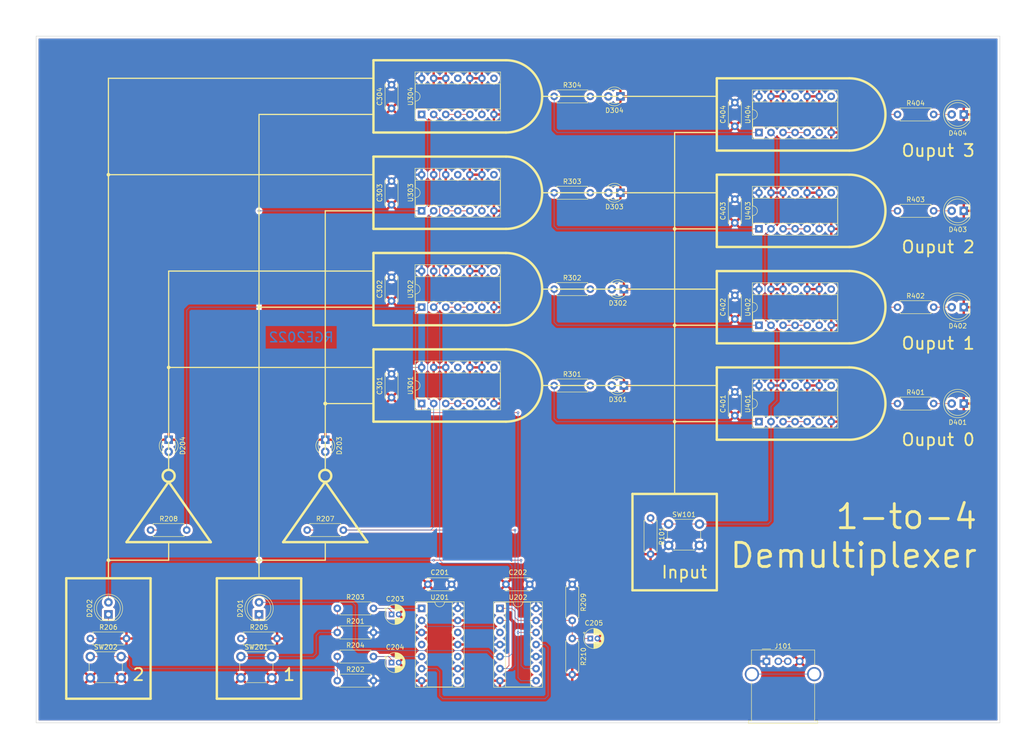
<source format=kicad_pcb>
(kicad_pcb (version 20211014) (generator pcbnew)
  (layers (0 "F.Cu" signal) (31 "B.Cu" signal) (34 "B.Paste" user) (35 "F.Paste" user) (36 "B.SilkS" user "B.Silkscreen") (37 "F.SilkS" user "F.Silkscreen") (38 "B.Mask" user) (39 "F.Mask" user) (44 "Edge.Cuts" user))
  (net 0 "")
  (net 1 "+5V")
  (net 2 "Net-(J101-Pad2)")
  (net 3 "GND")
  (net 4 "unconnected-(J101-Pad5)")
  (net 5 "Net-(D201-Pad1)")
  (net 6 "Net-(D202-Pad1)")
  (net 7 "/Input Selectors/~{RESET}")
  (net 8 "Net-(C203-Pad1)")
  (net 10 "Net-(R201-Pad1)")
  (net 13 "Net-(C204-Pad1)")
  (net 14 "Net-(D203-Pad2)")
  (net 15 "Net-(D204-Pad2)")
  (net 16 "Net-(U201-Pad2)")
  (net 17 "Net-(D301-Pad2)")
  (net 18 "Net-(D302-Pad2)")
  (net 19 "Net-(D303-Pad2)")
  (net 20 "Net-(D304-Pad2)")
  (net 21 "Net-(U301-Pad3)")
  (net 24 "/Decoder/SELECT0")
  (net 25 "/Decoder/SELECT1")
  (net 26 "/Decoder/SELECT2")
  (net 27 "/Decoder/SELECT3")
  (net 28 "/Decoder/~{a_{1}}")
  (net 29 "/Decoder/~{a_{0}}")
  (net 30 "Net-(U302-Pad3)")
  (net 32 "/Decoder/a_{0}")
  (net 33 "/Decoder/a_{1}")
  (net 35 "Net-(U303-Pad3)")
  (net 38 "Net-(U304-Pad3)")
  (net 41 "/Output/INPUT")
  (net 42 "Net-(U401-Pad3)")
  (net 45 "Net-(D401-Pad2)")
  (net 46 "Net-(D402-Pad2)")
  (net 47 "Net-(U402-Pad3)")
  (net 50 "Net-(R401-Pad1)")
  (net 51 "Net-(R402-Pad1)")
  (net 52 "Net-(D403-Pad2)")
  (net 53 "Net-(R403-Pad1)")
  (net 54 "Net-(R202-Pad1)")
  (net 55 "Net-(U403-Pad3)")
  (net 58 "Net-(D404-Pad2)")
  (net 59 "Net-(R404-Pad1)")
  (net 60 "Net-(U201-Pad6)")
  (net 61 "Net-(U404-Pad3)")
  (footprint "Button_Switch_THT:SW_PUSH_6mm_H4.3mm" (layer "F.Cu") (at 62.23 138.43)
    (fp_text reference "SW202")
    (fp_text value "SW_Push_Dual")
  )
  (footprint "Resistor_THT:R_Axial_DIN0207_L6.3mm_D2.5mm_P7.62mm_Horizontal" (layer "F.Cu") (at 232.41 64.77)
    (fp_text reference "R402")
    (fp_text value "4k7")
  )
  (footprint "Resistor_THT:R_Axial_DIN0207_L6.3mm_D2.5mm_P7.62mm_Horizontal" (layer "F.Cu") (at 160.02 60.96)
    (fp_text reference "R302")
    (fp_text value "4k7")
  )
  (footprint "Resistor_THT:R_Axial_DIN0207_L6.3mm_D2.5mm_P7.62mm_Horizontal" (layer "F.Cu") (at 107.95 111.76)
    (fp_text reference "R207")
    (fp_text value "4k7")
  )
  (footprint "LED_THT:LED_D5.0mm" (layer "F.Cu") (at 246.38 44.45 180)
    (fp_text reference "D403")
    (fp_text value "LED")
  )
  (footprint "LED_THT:LED_D3.0mm" (layer "F.Cu") (at 173.99 40.64 180)
    (fp_text reference "D303")
    (fp_text value "LED")
  )
  (footprint "LED_THT:LED_D3.0mm" (layer "F.Cu") (at 111.76 92.71 -90)
    (fp_text reference "D203")
    (fp_text value "LED")
  )
  (footprint "Package_DIP:DIP-14_W7.62mm_Socket" (layer "F.Cu") (at 148.59 128.27)
    (fp_text reference "U202")
    (fp_text value "74HC74")
  )
  (footprint "Resistor_THT:R_Axial_DIN0207_L6.3mm_D2.5mm_P7.62mm_Horizontal" (layer "F.Cu") (at 232.41 44.45)
    (fp_text reference "R403")
    (fp_text value "4k7")
  )
  (footprint "Resistor_THT:R_Axial_DIN0207_L6.3mm_D2.5mm_P7.62mm_Horizontal" (layer "F.Cu") (at 180.34 109.22 -90)
    (fp_text reference "R101")
    (fp_text value "100k")
  )
  (footprint "LED_THT:LED_D3.0mm" (layer "F.Cu") (at 78.74 92.71 -90)
    (fp_text reference "D204")
    (fp_text value "LED")
  )
  (footprint "Resistor_THT:R_Axial_DIN0207_L6.3mm_D2.5mm_P7.62mm_Horizontal" (layer "F.Cu") (at 232.41 85.09)
    (fp_text reference "R401")
    (fp_text value "4k7")
  )
  (footprint "Capacitor_THT:CP_Radial_D4.0mm_P1.50mm" (layer "F.Cu") (at 125.73 139.7)
    (fp_text reference "C204")
    (fp_text value "10u")
  )
  (footprint "Package_DIP:DIP-14_W7.62mm_Socket" (layer "F.Cu") (at 203.2 68.58 90)
    (fp_text reference "U402")
    (fp_text value "74HC00")
  )
  (footprint "Button_Switch_THT:SW_PUSH_6mm_H4.3mm" (layer "F.Cu") (at 93.98 138.43)
    (fp_text reference "SW201")
    (fp_text value "SW_Push_Dual")
  )
  (footprint "Resistor_THT:R_Axial_DIN0207_L6.3mm_D2.5mm_P7.62mm_Horizontal" (layer "F.Cu") (at 93.98 134.62)
    (fp_text reference "R205")
    (fp_text value "4k7")
  )
  (footprint "Package_DIP:DIP-14_W7.62mm_Socket" (layer "F.Cu") (at 132.08 128.27)
    (fp_text reference "U201")
    (fp_text value "74HC14")
  )
  (footprint "Button_Switch_THT:SW_PUSH_6mm_H4.3mm" (layer "F.Cu") (at 184.15 110.49)
    (fp_text reference "SW101")
    (fp_text value "SW_Push_Dual")
  )
  (footprint "Package_DIP:DIP-14_W7.62mm_Socket" (layer "F.Cu") (at 132.08 64.77 90)
    (fp_text reference "U302")
    (fp_text value "74HC00")
  )
  (footprint "LED_THT:LED_D5.0mm" (layer "F.Cu") (at 246.38 64.77 180)
    (fp_text reference "D402")
    (fp_text value "LED")
  )
  (footprint "Capacitor_THT:C_Disc_D5.0mm_W2.5mm_P5.00mm" (layer "F.Cu") (at 125.73 63.46 90)
    (fp_text reference "C302")
    (fp_text value "100nF")
  )
  (footprint "Package_DIP:DIP-14_W7.62mm_Socket" (layer "F.Cu") (at 132.08 44.45 90)
    (fp_text reference "U303")
    (fp_text value "74HC00")
  )
  (footprint "Resistor_THT:R_Axial_DIN0207_L6.3mm_D2.5mm_P7.62mm_Horizontal" (layer "F.Cu") (at 232.41 24.13)
    (fp_text reference "R404")
    (fp_text value "4k7")
  )
  (footprint "LED_THT:LED_D3.0mm" (layer "F.Cu") (at 174.72 60.96 180)
    (fp_text reference "D302")
    (fp_text value "LED")
  )
  (footprint "Resistor_THT:R_Axial_DIN0207_L6.3mm_D2.5mm_P7.62mm_Horizontal" (layer "F.Cu") (at 163.83 134.62 -90)
    (fp_text reference "R210")
    (fp_text value "100k")
  )
  (footprint "Resistor_THT:R_Axial_DIN0207_L6.3mm_D2.5mm_P7.62mm_Horizontal" (layer "F.Cu") (at 163.83 123.19 -90)
    (fp_text reference "R209")
    (fp_text value "1k")
  )
  (footprint "Resistor_THT:R_Axial_DIN0207_L6.3mm_D2.5mm_P7.62mm_Horizontal" (layer "F.Cu") (at 114.3 138.43)
    (fp_text reference "R204")
    (fp_text value "22k")
  )
  (footprint "Package_DIP:DIP-14_W7.62mm_Socket" (layer "F.Cu") (at 203.2 48.25 90)
    (fp_text reference "U403")
    (fp_text value "74HC00")
  )
  (footprint "Capacitor_THT:C_Disc_D5.0mm_W2.5mm_P5.00mm" (layer "F.Cu") (at 125.73 43.18 90)
    (fp_text reference "C303")
    (fp_text value "100nF")
  )
  (footprint "Resistor_THT:R_Axial_DIN0207_L6.3mm_D2.5mm_P7.62mm_Horizontal" (layer "F.Cu") (at 114.3 128.27)
    (fp_text reference "R203")
    (fp_text value "22k")
  )
  (footprint "Capacitor_THT:CP_Radial_D4.0mm_P1.50mm" (layer "F.Cu") (at 167.64 134.62)
    (fp_text reference "C205")
    (fp_text value "10u")
  )
  (footprint "Connector_USB:USB_A_Molex_67643_Horizontal" (layer "F.Cu") (at 204.78 139.42)
    (fp_text reference "J101")
    (fp_text value "USB_A")
  )
  (footprint "Resistor_THT:R_Axial_DIN0207_L6.3mm_D2.5mm_P7.62mm_Horizontal" (layer "F.Cu") (at 62.23 134.62)
    (fp_text reference "R206")
    (fp_text value "4k7")
  )
  (footprint "Capacitor_THT:C_Disc_D5.0mm_W2.5mm_P5.00mm" (layer "F.Cu") (at 198.12 87.63 90)
    (fp_text reference "C401")
    (fp_text value "100nF")
  )
  (footprint "LED_THT:LED_D5.0mm" (layer "F.Cu") (at 246.38 85.09 180)
    (fp_text reference "D401")
    (fp_text value "LED")
  )
  (footprint "Package_DIP:DIP-14_W7.62mm_Socket" (layer "F.Cu") (at 132.08 24.13 90)
    (fp_text reference "U304")
    (fp_text value "74HC00")
  )
  (footprint "LED_THT:LED_D3.0mm" (layer "F.Cu") (at 174.72 81.28 180)
    (fp_text reference "D301")
    (fp_text value "LED")
  )
  (footprint "Resistor_THT:R_Axial_DIN0207_L6.3mm_D2.5mm_P7.62mm_Horizontal" (layer "F.Cu") (at 114.3 143.51)
    (fp_text reference "R202")
    (fp_text value "22k")
  )
  (footprint "Resistor_THT:R_Axial_DIN0207_L6.3mm_D2.5mm_P7.62mm_Horizontal" (layer "F.Cu") (at 160.02 20.32)
    (fp_text reference "R304")
    (fp_text value "4k7")
  )
  (footprint "Capacitor_THT:C_Disc_D5.0mm_W2.5mm_P5.00mm" (layer "F.Cu") (at 125.73 22.86 90)
    (fp_text reference "C304")
    (fp_text value "100nF")
  )
  (footprint "LED_THT:LED_D5.0mm" (layer "F.Cu") (at 246.38 24.13 180)
    (fp_text reference "D404")
    (fp_text value "LED")
  )
  (footprint "Package_DIP:DIP-14_W7.62mm_Socket" (layer "F.Cu") (at 203.2 27.94 90)
    (fp_text reference "U404")
    (fp_text value "74HC00")
  )
  (footprint "Package_DIP:DIP-14_W7.62mm_Socket" (layer "F.Cu") (at 203.2 88.9 90)
    (fp_text reference "U401")
    (fp_text value "74HC00")
  )
  (footprint "Capacitor_THT:CP_Radial_D4.0mm_P1.50mm" (layer "F.Cu") (at 125.73 129.54)
    (fp_text reference "C203")
    (fp_text value "10u")
  )
  (footprint "Resistor_THT:R_Axial_DIN0207_L6.3mm_D2.5mm_P7.62mm_Horizontal" (layer "F.Cu") (at 160.02 40.64)
    (fp_text reference "R303")
    (fp_text value "4k7")
  )
  (footprint "Capacitor_THT:C_Disc_D5.0mm_W2.5mm_P5.00mm" (layer "F.Cu") (at 198.12 46.99 90)
    (fp_text reference "C403")
    (fp_text value "100nF")
  )
  (footprint "Capacitor_THT:C_Disc_D5.0mm_W2.5mm_P5.00mm" (layer "F.Cu") (at 149.86 123.19)
    (fp_text reference "C202")
    (fp_text value "100nF")
  )
  (footprint "LED_THT:LED_D5.0mm" (layer "F.Cu") (at 97.79 129.54 90)
    (fp_text reference "D201")
    (fp_text value "LED")
  )
  (footprint "LED_THT:LED_D5.0mm" (layer "F.Cu") (at 66.04 129.54 90)
    (fp_text reference "D202")
    (fp_text value "LED")
  )
  (footprint "Resistor_THT:R_Axial_DIN0207_L6.3mm_D2.5mm_P7.62mm_Horizontal" (layer "F.Cu") (at 114.3 133.35)
    (fp_text reference "R201")
    (fp_text value "22k")
  )
  (footprint "LED_THT:LED_D3.0mm" (layer "F.Cu") (at 173.99 20.32 180)
    (fp_text reference "D304")
    (fp_text value "LED")
  )
  (footprint "Capacitor_THT:C_Disc_D5.0mm_W2.5mm_P5.00mm" (layer "F.Cu") (at 198.12 26.63 90)
    (fp_text reference "C404")
    (fp_text value "100nF")
  )
  (footprint "Resistor_THT:R_Axial_DIN0207_L6.3mm_D2.5mm_P7.62mm_Horizontal" (layer "F.Cu") (at 74.93 111.76)
    (fp_text reference "R208")
    (fp_text value "4k7")
  )
  (footprint "Capacitor_THT:C_Disc_D5.0mm_W2.5mm_P5.00mm" (layer "F.Cu") (at 133.39 123.19)
    (fp_text reference "C201")
    (fp_text value "100nF")
  )
  (footprint "Capacitor_THT:C_Disc_D5.0mm_W2.5mm_P5.00mm" (layer "F.Cu") (at 125.73 83.82 90)
    (fp_text reference "C301")
    (fp_text value "100nF")
  )
  (footprint "Resistor_THT:R_Axial_DIN0207_L6.3mm_D2.5mm_P7.62mm_Horizontal" (layer "F.Cu") (at 160.02 81.28)
    (fp_text reference "R301")
    (fp_text value "4k7")
  )
  (footprint "Package_DIP:DIP-14_W7.62mm_Socket" (layer "F.Cu") (at 132.08 85.08 90)
    (fp_text reference "U301")
    (fp_text value "74HC00")
  )
  (footprint "Capacitor_THT:C_Disc_D5.0mm_W2.5mm_P5.00mm" (layer "F.Cu") (at 198.12 67.27 90)
    (fp_text reference "C402")
    (fp_text value "100nF")
  )
  (gr_circle (center 185.42 48.26) (end 185.674 48.26) (layer "F.SilkS") (width 0.254) (fill solid))
  (gr_line (start 194.31 68.58) (end 185.42 68.58) (layer "F.SilkS") (width 0.254))
  (gr_line (start 121.92 44.45) (end 111.76 44.45) (layer "F.SilkS") (width 0.254))
  (gr_line (start 194.31 124.46) (end 176.53 124.46) (layer "F.SilkS") (width 0.508))
  (gr_arc (start 149.86 73.66) (mid 157.48 81.28) (end 149.86 88.9) (layer "F.SilkS") (width 0.508))
  (gr_line (start 97.79 24.13) (end 121.92 24.13) (layer "F.SilkS") (width 0.254))
  (gr_circle (center 97.79 64.77) (end 98.044 64.77) (layer "F.SilkS") (width 0.254) (fill solid))
  (gr_circle (center 78.74 77.47) (end 78.994 77.47) (layer "F.SilkS") (width 0.254) (fill solid))
  (gr_arc (start 149.86 53.34) (mid 157.48 60.96) (end 149.86 68.58) (layer "F.SilkS") (width 0.508))
  (gr_line (start 121.92 27.94) (end 121.92 12.7) (layer "F.SilkS") (width 0.508))
  (gr_line (start 106.68 121.92) (end 88.9 121.92) (layer "F.SilkS") (width 0.508))
  (gr_arc (start 149.86 33.02) (mid 157.48 40.64) (end 149.86 48.26) (layer "F.SilkS") (width 0.508))
  (gr_line (start 66.04 118.11) (end 78.74 118.11) (layer "F.SilkS") (width 0.254))
  (gr_arc (start 149.86 12.7) (mid 157.48 20.32) (end 149.86 27.94) (layer "F.SilkS") (width 0.508))
  (gr_line (start 69.85 114.3) (end 78.74 101.6) (layer "F.SilkS") (width 0.508))
  (gr_circle (center 66.04 36.83) (end 66.294 36.83) (layer "F.SilkS") (width 0.254) (fill solid))
  (gr_line (start 120.65 114.3) (end 102.87 114.3) (layer "F.SilkS") (width 0.508))
  (gr_line (start 66.04 121.92) (end 66.04 16.51) (layer "F.SilkS") (width 0.254))
  (gr_arc (start 222.25 77.47) (mid 229.87 85.09) (end 222.25 92.71) (layer "F.SilkS") (width 0.508))
  (gr_line (start 102.87 114.3) (end 111.76 101.6) (layer "F.SilkS") (width 0.508))
  (gr_line (start 78.74 101.6) (end 87.63 114.3) (layer "F.SilkS") (width 0.508))
  (gr_line (start 121.92 85.09) (end 111.76 85.09) (layer "F.SilkS") (width 0.254))
  (gr_line (start 157.48 60.96) (end 194.31 60.96) (layer "F.SilkS") (width 0.254))
  (gr_line (start 121.92 68.58) (end 121.92 53.34) (layer "F.SilkS") (width 0.508))
  (gr_line (start 194.31 52.07) (end 194.31 36.83) (layer "F.SilkS") (width 0.508))
  (gr_line (start 111.76 44.45) (end 111.76 85.09) (layer "F.SilkS") (width 0.254))
  (gr_line (start 74.93 121.92) (end 57.15 121.92) (layer "F.SilkS") (width 0.508))
  (gr_line (start 78.74 77.47) (end 78.74 99.06) (layer "F.SilkS") (width 0.254))
  (gr_circle (center 78.74 100.33) (end 80.01 100.33) (layer "F.SilkS") (width 0.508) (fill none))
  (gr_line (start 111.76 118.11) (end 111.76 114.3) (layer "F.SilkS") (width 0.254))
  (gr_line (start 87.63 114.3) (end 69.85 114.3) (layer "F.SilkS") (width 0.508))
  (gr_circle (center 111.76 85.09) (end 112.043981 85.09) (layer "F.SilkS") (width 0.254) (fill solid))
  (gr_line (start 157.48 81.28) (end 194.31 81.28) (layer "F.SilkS") (width 0.254))
  (gr_line (start 121.92 48.26) (end 121.92 33.02) (layer "F.SilkS") (width 0.508))
  (gr_circle (center 185.42 68.58) (end 185.674 68.58) (layer "F.SilkS") (width 0.254) (fill solid))
  (gr_line (start 176.53 124.46) (end 176.53 104.14) (layer "F.SilkS") (width 0.508))
  (gr_line (start 194.31 88.9) (end 185.42 88.9) (layer "F.SilkS") (width 0.254))
  (gr_line (start 106.68 147.32) (end 106.68 121.92) (layer "F.SilkS") (width 0.508))
  (gr_line (start 194.31 77.47) (end 222.25 77.47) (layer "F.SilkS") (width 0.508))
  (gr_line (start 185.42 27.94) (end 194.31 27.94) (layer "F.SilkS") (width 0.254))
  (gr_line (start 88.9 147.32) (end 106.68 147.32) (layer "F.SilkS") (width 0.508))
  (gr_line (start 157.48 20.32) (end 194.31 20.32) (layer "F.SilkS") (width 0.254))
  (gr_line (start 121.92 88.9) (end 121.92 73.66) (layer "F.SilkS") (width 0.508))
  (gr_line (start 97.79 118.11) (end 111.76 118.11) (layer "F.SilkS") (width 0.254))
  (gr_line (start 194.31 16.51) (end 222.25 16.51) (layer "F.SilkS") (width 0.508))
  (gr_line (start 194.31 104.14) (end 194.31 124.46) (layer "F.SilkS") (width 0.508))
  (gr_line (start 78.74 57.15) (end 78.74 77.216) (layer "F.SilkS") (width 0.254))
  (gr_line (start 222.25 72.39) (end 194.31 72.39) (layer "F.SilkS") (width 0.508))
  (gr_line (start 194.31 92.71) (end 194.31 77.47) (layer "F.SilkS") (width 0.508))
  (gr_line (start 194.31 36.83) (end 222.25 36.83) (layer "F.SilkS") (width 0.508))
  (gr_line (start 78.74 118.11) (end 78.74 114.3) (layer "F.SilkS") (width 0.254))
  (gr_line (start 88.9 121.92) (end 88.9 147.32) (layer "F.SilkS") (width 0.508))
  (gr_line (start 222.25 92.71) (end 194.31 92.71) (layer "F.SilkS") (width 0.508))
  (gr_line (start 149.86 48.26) (end 121.92 48.26) (layer "F.SilkS") (width 0.508))
  (gr_circle (center 66.04 118.11) (end 66.294 118.11) (layer "F.SilkS") (width 0.254) (fill solid))
  (gr_line (start 121.92 16.51) (end 66.04 16.51) (layer "F.SilkS") (width 0.254))
  (gr_line (start 121.92 57.15) (end 78.74 57.15) (layer "F.SilkS") (width 0.254))
  (gr_line (start 222.25 31.75) (end 194.31 31.75) (layer "F.SilkS") (width 0.508))
  (gr_arc (start 222.25 16.51) (mid 229.87 24.13) (end 222.25 31.75) (layer "F.SilkS") (width 0.508))
  (gr_arc (start 222.25 57.15) (mid 229.87 64.77) (end 222.25 72.39) (layer "F.SilkS") (width 0.508))
  (gr_line (start 194.31 57.15) (end 222.25 57.15) (layer "F.SilkS") (width 0.508))
  (gr_circle (center 185.42 88.9) (end 185.674 88.9) (layer "F.SilkS") (width 0.254) (fill solid))
  (gr_line (start 57.15 147.32) (end 74.93 147.32) (layer "F.SilkS") (width 0.508))
  (gr_line (start 157.48 40.64) (end 194.31 40.64) (layer "F.SilkS") (width 0.254))
  (gr_line (start 121.92 12.7) (end 149.86 12.7) (layer "F.SilkS") (width 0.508))
  (gr_line (start 149.86 88.9) (end 121.92 88.9) (layer "F.SilkS") (width 0.508))
  (gr_line (start 97.79 121.92) (end 97.79 24.13) (layer "F.SilkS") (width 0.254))
  (gr_circle (center 111.76 100.33) (end 113.03 100.33) (layer "F.SilkS") (width 0.508) (fill none))
  (gr_line (start 222.25 52.07) (end 194.31 52.07) (layer "F.SilkS") (width 0.508))
  (gr_line (start 149.86 27.94) (end 121.92 27.94) (layer "F.SilkS") (width 0.508))
  (gr_line (start 97.79 64.77) (end 121.92 64.77) (layer "F.SilkS") (width 0.254))
  (gr_line (start 57.15 121.92) (end 57.15 147.32) (layer "F.SilkS") (width 0.508))
  (gr_line (start 111.76 101.6) (end 120.65 114.3) (layer "F.SilkS") (width 0.508))
  (gr_line (start 121.92 53.34) (end 149.86 53.34) (layer "F.SilkS") (width 0.508))
  (gr_line (start 185.42 104.14) (end 185.42 27.94) (layer "F.SilkS") (width 0.254))
  (gr_line (start 121.92 73.66) (end 149.86 73.66) (layer "F.SilkS") (width 0.508))
  (gr_line (start 149.86 68.58) (end 121.92 68.58) (layer "F.SilkS") (width 0.508))
  (gr_line (start 74.93 147.32) (end 74.93 121.92) (layer "F.SilkS") (width 0.508))
  (gr_circle (center 97.79 118.11) (end 98.044 118.11) (layer "F.SilkS") (width 0.254) (fill solid))
  (gr_line (start 194.31 31.75) (end 194.31 16.51) (layer "F.SilkS") (width 0.508))
  (gr_line (start 121.92 36.83) (end 66.04 36.83) (layer "F.SilkS") (width 0.254))
  (gr_arc (start 222.25 36.83) (mid 229.87 44.45) (end 222.25 52.07) (layer "F.SilkS") (width 0.508))
  (gr_line (start 194.31 72.39) (end 194.31 57.15) (layer "F.SilkS") (width 0.508))
  (gr_line (start 111.76 85.09) (end 111.76 99.06) (layer "F.SilkS") (width 0.254))
  (gr_line (start 194.31 48.26) (end 185.42 48.26) (layer "F.SilkS") (width 0.254))
  (gr_line (start 121.92 77.47) (end 78.74 77.47) (layer "F.SilkS") (width 0.254))
  (gr_line (start 176.53 104.14) (end 194.31 104.14) (layer "F.SilkS") (width 0.508))
  (gr_line (start 121.92 33.02) (end 149.86 33.02) (layer "F.SilkS") (width 0.508))
  (gr_line (start 50.8 152.4) (end 50.8 7.62) (layer "Edge.Cuts") (width 0.1))
  (gr_line (start 254 7.62) (end 254 152.4) (layer "Edge.Cuts") (width 0.1))
  (gr_line (start 254 152.4) (end 50.8 152.4) (layer "Edge.Cuts") (width 0.1))
  (gr_line (start 50.8 7.62) (end 254 7.62) (layer "Edge.Cuts") (width 0.1))
  (gr_text "RGE2022" (at 106.68 71.12) (layer "B.Cu") (effects (font (size 2.032 2.032) (thickness 0.3048)) (justify mirror)))
  (gr_text "Ouput 2" (at 248.92 52.07) (layer "F.SilkS") (effects (font (size 2.54 2.54) (thickness 0.381)) (justify right)))
  (gr_text "Input" (at 192.5 120.65) (layer "F.SilkS") (effects (font (size 2.54 2.54) (thickness 0.381)) (justify right)))
  (gr_text "2" (at 72.39 142.24) (layer "F.SilkS") (effects (font (size 2.54 2.54) (thickness 0.381))))
  (gr_text "1-to-4\nDemultiplexer" (at 249.555 113.03) (layer "F.SilkS") (effects (font (size 5.08 5.08) (thickness 0.6096)) (justify right)))
  (gr_text "Ouput 1" (at 248.92 72.39) (layer "F.SilkS") (effects (font (size 2.54 2.54) (thickness 0.381)) (justify right)))
  (gr_text "Ouput 3" (at 248.92 31.75) (layer "F.SilkS") (effects (font (size 2.54 2.54) (thickness 0.381)) (justify right)))
  (gr_text "1" (at 104.14 142.24) (layer "F.SilkS") (effects (font (size 2.54 2.54) (thickness 0.381))))
  (gr_text "Ouput 0" (at 248.92 92.71) (layer "F.SilkS") (effects (font (size 2.54 2.54) (thickness 0.381)) (justify right)))
  (segment (start 127.08 77.47) (end 127.635 77.47) (width 0.127) (layer "F.Cu") (net 1))
  (segment (start 127.635 77.47) (end 127.645 77.46) (width 0.127) (layer "F.Cu") (net 1))
  (segment (start 125.73 78.82) (end 127.08 77.47) (width 0.127) (layer "F.Cu") (net 1))
  (segment (start 127.645 77.46) (end 132.08 77.46) (width 0.127) (layer "F.Cu") (net 1))
  (segment (start 207.28 139.42) (end 209.28 139.42) (width 0.127) (layer "F.Cu") (net 2))
  (segment (start 201.71 142.13) (end 214.85 142.13) (width 0.127) (layer "B.Cu") (net 4))
  (segment (start 93.98 134.62) (end 97.155 134.62) (width 0.127) (layer "F.Cu") (net 5))
  (segment (start 97.155 134.62) (end 97.79 133.985) (width 0.127) (layer "F.Cu") (net 5))
  (segment (start 97.79 133.985) (end 97.79 129.54) (width 0.127) (layer "F.Cu") (net 5))
  (segment (start 65.405 134.62) (end 66.04 133.985) (width 0.127) (layer "F.Cu") (net 6))
  (segment (start 66.04 133.985) (end 66.04 129.54) (width 0.127) (layer "F.Cu") (net 6))
  (segment (start 62.23 134.62) (end 65.405 134.62) (width 0.127) (layer "F.Cu") (net 6))
  (segment (start 151.765 128.905) (end 151.765 130.175) (width 0.127) (layer "F.Cu") (net 7))
  (segment (start 148.59 128.27) (end 151.13 128.27) (width 0.127) (layer "F.Cu") (net 7))
  (segment (start 152.4 130.81) (end 156.21 130.81) (width 0.127) (layer "F.Cu") (net 7))
  (segment (start 163.83 130.81) (end 163.83 134.62) (width 0.127) (layer "F.Cu") (net 7))
  (segment (start 156.21 130.81) (end 163.83 130.81) (width 0.127) (layer "F.Cu") (net 7))
  (segment (start 151.13 128.27) (end 151.765 128.905) (width 0.127) (layer "F.Cu") (net 7))
  (segment (start 163.83 134.62) (end 167.64 134.62) (width 0.127) (layer "F.Cu") (net 7))
  (segment (start 151.765 130.175) (end 152.4 130.81) (width 0.127) (layer "F.Cu") (net 7))
  (segment (start 125.095 128.27) (end 125.73 128.905) (width 0.127) (layer "F.Cu") (net 8))
  (segment (start 125.73 128.905) (end 125.73 129.54) (width 0.127) (layer "F.Cu") (net 8))
  (segment (start 121.92 128.27) (end 125.095 128.27) (width 0.127) (layer "F.Cu") (net 8))
  (segment (start 121.92 128.27) (end 132.08 128.27) (width 0.127) (layer "B.Cu") (net 8))
  (segment (start 114.3 133.35) (end 114.3 128.27) (width 0.127) (layer "F.Cu") (net 10))
  (segment (start 100.48 138.43) (end 109.22 138.43) (width 0.127) (layer "B.Cu") (net 10))
  (segment (start 109.855 133.985) (end 110.49 133.35) (width 0.127) (layer "B.Cu") (net 10))
  (segment (start 93.98 138.43) (end 100.48 138.43) (width 0.127) (layer "B.Cu") (net 10))
  (segment (start 110.49 133.35) (end 114.3 133.35) (width 0.127) (layer "B.Cu") (net 10))
  (segment (start 109.855 137.795) (end 109.855 133.985) (width 0.127) (layer "B.Cu") (net 10))
  (segment (start 109.22 138.43) (end 109.855 137.795) (width 0.127) (layer "B.Cu") (net 10))
  (segment (start 125.095 138.43) (end 125.73 139.065) (width 0.127) (layer "F.Cu") (net 13))
  (segment (start 125.73 139.065) (end 125.73 139.7) (width 0.127) (layer "F.Cu") (net 13))
  (segment (start 121.92 138.43) (end 125.095 138.43) (width 0.127) (layer "F.Cu") (net 13))
  (segment (start 121.92 138.43) (end 132.08 138.43) (width 0.127) (layer "B.Cu") (net 13))
  (segment (start 111.76 111.125) (end 111.76 95.25) (width 0.127) (layer "F.Cu") (net 14))
  (segment (start 111.125 111.76) (end 111.76 111.125) (width 0.127) (layer "F.Cu") (net 14))
  (segment (start 107.95 111.76) (end 111.125 111.76) (width 0.127) (layer "F.Cu") (net 14))
  (segment (start 78.74 111.125) (end 78.74 95.25) (width 0.127) (layer "F.Cu") (net 15))
  (segment (start 78.105 111.76) (end 78.74 111.125) (width 0.127) (layer "F.Cu") (net 15))
  (segment (start 74.93 111.76) (end 78.105 111.76) (width 0.127) (layer "F.Cu") (net 15))
  (segment (start 147.32 132.08) (end 148.59 133.35) (width 0.127) (layer "B.Cu") (net 16))
  (segment (start 132.08 130.81) (end 133.35 132.08) (width 0.127) (layer "B.Cu") (net 16))
  (segment (start 133.35 132.08) (end 147.32 132.08) (width 0.127) (layer "B.Cu") (net 16))
  (segment (start 167.64 81.28) (end 172.18 81.28) (width 0.127) (layer "F.Cu") (net 17))
  (segment (start 167.64 60.96) (end 172.18 60.96) (width 0.127) (layer "F.Cu") (net 18))
  (segment (start 167.64 40.64) (end 171.45 40.64) (width 0.127) (layer "F.Cu") (net 19))
  (segment (start 167.64 20.32) (end 171.45 20.32) (width 0.127) (layer "F.Cu") (net 20))
  (segment (start 137.16 85.08) (end 142.24 85.08) (width 0.127) (layer "F.Cu") (net 21))
  (segment (start 144.78 85.08) (end 144.78 81.915) (width 0.127) (layer "F.Cu") (net 24))
  (segment (start 144.78 81.915) (end 145.415 81.28) (width 0.127) (layer "F.Cu") (net 24))
  (segment (start 145.415 81.28) (end 160.02 81.28) (width 0.127) (layer "F.Cu") (net 24))
  (segment (start 160.02 88.265) (end 160.02 81.28) (width 0.127) (layer "B.Cu") (net 24))
  (segment (start 203.2 88.9) (end 160.655 88.9) (width 0.127) (layer "B.Cu") (net 24))
  (segment (start 160.655 88.9) (end 160.02 88.265) (width 0.127) (layer "B.Cu") (net 24))
  (segment (start 144.78 61.595) (end 145.415 60.96) (width 0.127) (layer "F.Cu") (net 25))
  (segment (start 144.78 64.77) (end 144.78 61.595) (width 0.127) (layer "F.Cu") (net 25))
  (segment (start 145.415 60.96) (end 160.02 60.96) (width 0.127) (layer "F.Cu") (net 25))
  (segment (start 160.655 68.58) (end 160.02 67.945) (width 0.127) (layer "B.Cu") (net 25))
  (segment (start 160.02 67.945) (end 160.02 60.96) (width 0.127) (layer "B.Cu") (net 25))
  (segment (start 203.2 68.58) (end 160.655 68.58) (width 0.127) (layer "B.Cu") (net 25))
  (segment (start 144.78 41.275) (end 145.415 40.64) (width 0.127) (layer "F.Cu") (net 26))
  (segment (start 145.415 40.64) (end 160.02 40.64) (width 0.127) (layer "F.Cu") (net 26))
  (segment (start 144.78 44.45) (end 144.78 41.275) (width 0.127) (layer "F.Cu") (net 26))
  (segment (start 160.02 47.625) (end 160.02 40.64) (width 0.127) (layer "B.Cu") (net 26))
  (segment (start 203.2 48.25) (end 160.645 48.25) (width 0.127) (layer "B.Cu") (net 26))
  (segment (start 160.645 48.25) (end 160.02 47.625) (width 0.127) (layer "B.Cu") (net 26))
  (segment (start 144.78 20.955) (end 145.415 20.32) (width 0.127) (layer "F.Cu") (net 27))
  (segment (start 145.415 20.32) (end 160.02 20.32) (width 0.127) (layer "F.Cu") (net 27))
  (segment (start 144.78 24.13) (end 144.78 20.955) (width 0.127) (layer "F.Cu") (net 27))
  (segment (start 160.655 27.94) (end 160.02 27.305) (width 0.127) (layer "B.Cu") (net 27))
  (segment (start 160.02 27.305) (end 160.02 20.32) (width 0.127) (layer "B.Cu") (net 27))
  (segment (start 203.2 27.94) (end 160.655 27.94) (width 0.127) (layer "B.Cu") (net 27))
  (segment (start 156.21 133.35) (end 152.4 133.35) (width 0.127) (layer "F.Cu") (net 28))
  (segment (start 132.08 86.36) (end 132.715 86.995) (width 0.127) (layer "F.Cu") (net 28))
  (segment (start 132.715 86.995) (end 152.4 86.995) (width 0.127) (layer "F.Cu") (net 28))
  (segment (start 132.08 85.08) (end 132.08 86.36) (width 0.127) (layer "F.Cu") (net 28))
  (via (at 152.4 86.995) (size 0.499999) (drill 0.20066) (layers "F.Cu" "B.Cu") (net 28))
  (via (at 152.4 133.35) (size 0.499999) (drill 0.20066) (layers "F.Cu" "B.Cu") (net 28))
  (segment (start 83.185 64.77) (end 82.55 65.405) (width 0.127) (layer "B.Cu") (net 28))
  (segment (start 82.55 65.405) (end 82.55 111.76) (width 0.127) (layer "B.Cu") (net 28))
  (segment (start 152.4 142.875) (end 152.4 86.995) (width 0.127) (layer "B.Cu") (net 28))
  (segment (start 132.08 64.77) (end 130.81 66.04) (width 0.127) (layer "B.Cu") (net 28))
  (segment (start 130.81 66.04) (end 130.81 83.82) (width 0.127) (layer "B.Cu") (net 28))
  (segment (start 132.07 85.08) (end 132.08 85.08) (width 0.127) (layer "B.Cu") (net 28))
  (segment (start 156.21 143.51) (end 153.035 143.51) (width 0.127) (layer "B.Cu") (net 28))
  (segment (start 130.81 83.82) (end 132.07 85.08) (width 0.127) (layer "B.Cu") (net 28))
  (segment (start 132.08 64.77) (end 83.185 64.77) (width 0.127) (layer "B.Cu") (net 28))
  (segment (start 153.035 143.51) (end 152.4 142.875) (width 0.127) (layer "B.Cu") (net 28))
  (segment (start 149.86 140.97) (end 148.59 140.97) (width 0.127) (layer "F.Cu") (net 29))
  (segment (start 115.57 111.76) (end 151.765 111.76) (width 0.127) (layer "F.Cu") (net 29))
  (segment (start 150.495 131.445) (end 150.495 140.335) (width 0.127) (layer "F.Cu") (net 29))
  (segment (start 150.495 140.335) (end 149.86 140.97) (width 0.127) (layer "F.Cu") (net 29))
  (segment (start 149.86 130.81) (end 150.495 131.445) (width 0.127) (layer "F.Cu") (net 29))
  (segment (start 148.59 130.81) (end 149.86 130.81) (width 0.127) (layer "F.Cu") (net 29))
  (via (at 151.765 111.76) (size 0.499999) (drill 0.20066) (layers "F.Cu" "B.Cu") (net 29))
  (segment (start 133.985 111.76) (end 134.62 111.125) (width 0.127) (layer "B.Cu") (net 29))
  (segment (start 151.13 140.97) (end 148.59 140.97) (width 0.127) (layer "B.Cu") (net 29))
  (segment (start 133.36 83.82) (end 134.62 85.08) (width 0.127) (layer "B.Cu") (net 29))
  (segment (start 134.62 111.125) (end 134.62 85.08) (width 0.127) (layer "B.Cu") (net 29))
  (segment (start 134.62 44.45) (end 133.35 45.72) (width 0.127) (layer "B.Cu") (net 29))
  (segment (start 133.35 45.72) (end 133.35 83.82) (width 0.127) (layer "B.Cu") (net 29))
  (segment (start 115.57 111.76) (end 133.985 111.76) (width 0.127) (layer "B.Cu") (net 29))
  (segment (start 151.765 140.335) (end 151.13 140.97) (width 0.127) (layer "B.Cu") (net 29))
  (segment (start 151.765 111.76) (end 151.765 140.335) (width 0.127) (layer "B.Cu") (net 29))
  (segment (start 133.35 83.82) (end 133.36 83.82) (width 0.127) (layer "B.Cu") (net 29))
  (segment (start 137.16 64.77) (end 142.24 64.77) (width 0.127) (layer "F.Cu") (net 30))
  (segment (start 135.89 63.5) (end 134.62 64.77) (width 0.127) (layer "F.Cu") (net 32))
  (segment (start 135.89 25.4) (end 135.89 63.5) (width 0.127) (layer "F.Cu") (net 32))
  (segment (start 134.62 24.13) (end 135.89 25.4) (width 0.127) (layer "F.Cu") (net 32))
  (segment (start 135.89 66.04) (end 135.89 118.11) (width 0.127) (layer "B.Cu") (net 32))
  (segment (start 151.13 119.38) (end 150.495 118.745) (width 0.127) (layer "B.Cu") (net 32))
  (segment (start 148.59 138.43) (end 147.32 138.43) (width 0.127) (layer "B.Cu") (net 32))
  (segment (start 148.59 138.43) (end 150.495 138.43) (width 0.127) (layer "B.Cu") (net 32))
  (segment (start 147.32 138.43) (end 146.05 137.16) (width 0.127) (layer "B.Cu") (net 32))
  (segment (start 151.13 137.795) (end 151.13 119.38) (width 0.127) (layer "B.Cu") (net 32))
  (segment (start 134.62 64.77) (end 135.89 66.04) (width 0.127) (layer "B.Cu") (net 32))
  (segment (start 118.11 136.525) (end 118.745 137.16) (width 0.127) (layer "B.Cu") (net 32))
  (segment (start 150.495 138.43) (end 151.13 137.795) (width 0.127) (layer "B.Cu") (net 32))
  (segment (start 118.11 127.635) (end 118.11 136.525) (width 0.127) (layer "B.Cu") (net 32))
  (segment (start 135.89 118.11) (end 136.525 118.745) (width 0.127) (layer "B.Cu") (net 32))
  (segment (start 146.05 137.16) (end 118.745 137.16) (width 0.127) (layer "B.Cu") (net 32))
  (segment (start 150.495 118.745) (end 136.525 118.745) (width 0.127) (layer "B.Cu") (net 32))
  (segment (start 117.475 127) (end 118.11 127.635) (width 0.127) (layer "B.Cu") (net 32))
  (segment (start 97.79 127) (end 117.475 127) (width 0.127) (layer "B.Cu") (net 32))
  (segment (start 97.79 118.11) (end 97.79 44.45) (width 0.127) (layer "F.Cu") (net 33))
  (segment (start 134.62 118.11) (end 153.035 118.11) (width 0.127) (layer "F.Cu") (net 33))
  (via (at 153.035 118.11) (size 0.499999) (drill 0.20066) (layers "F.Cu" "B.Cu") (net 33))
  (via (at 134.62 118.11) (size 0.499999) (drill 0.20066) (layers "F.Cu" "B.Cu") (net 33))
  (via (at 97.79 118.11) (size 0.499999) (drill 0.20066) (layers "F.Cu" "B.Cu") (net 33))
  (via (at 97.79 44.45) (size 0.499999) (drill 0.20066) (layers "F.Cu" "B.Cu") (net 33))
  (segment (start 153.035 140.335) (end 153.035 119.38) (width 0.127) (layer "B.Cu") (net 33))
  (segment (start 97.79 118.11) (end 134.62 118.11) (width 0.127) (layer "B.Cu") (net 33))
  (segment (start 156.21 140.97) (end 153.67 140.97) (width 0.127) (layer "B.Cu") (net 33))
  (segment (start 133.35 43.18) (end 132.08 44.45) (width 0.127) (layer "B.Cu") (net 33))
  (segment (start 66.04 118.745) (end 66.675 118.11) (width 0.127) (layer "B.Cu") (net 33))
  (segment (start 132.08 44.45) (end 97.79 44.45) (width 0.127) (layer "B.Cu") (net 33))
  (segment (start 132.08 24.13) (end 133.35 25.4) (width 0.127) (layer "B.Cu") (net 33))
  (segment (start 66.04 127) (end 66.04 118.745) (width 0.127) (layer "B.Cu") (net 33))
  (segment (start 153.035 119.38) (end 153.035 118.11) (width 0.127) (layer "B.Cu") (net 33))
  (segment (start 153.67 140.97) (end 153.035 140.335) (width 0.127) (layer "B.Cu") (net 33))
  (segment (start 133.35 25.4) (end 133.35 43.18) (width 0.127) (layer "B.Cu") (net 33))
  (segment (start 66.675 118.11) (end 97.79 118.11) (width 0.127) (layer "B.Cu") (net 33))
  (segment (start 137.16 44.45) (end 142.24 44.45) (width 0.127) (layer "F.Cu") (net 35))
  (segment (start 137.16 24.13) (end 142.24 24.13) (width 0.127) (layer "F.Cu") (net 38))
  (segment (start 180.34 109.22) (end 180.34 109.855) (width 0.127) (layer "F.Cu") (net 41))
  (segment (start 184.15 110.49) (end 190.65 110.49) (width 0.127) (layer "F.Cu") (net 41))
  (segment (start 180.34 109.855) (end 180.975 110.49) (width 0.127) (layer "F.Cu") (net 41))
  (segment (start 180.975 110.49) (end 184.15 110.49) (width 0.127) (layer "F.Cu") (net 41))
  (segment (start 205.74 85.725) (end 207.01 84.455) (width 0.127) (layer "B.Cu") (net 41))
  (segment (start 204.47 67.31) (end 204.47 49.52) (width 0.127) (layer "B.Cu") (net 41))
  (segment (start 205.74 88.9) (end 205.74 85.725) (width 0.127) (layer "B.Cu") (net 41))
  (segment (start 205.74 48.25) (end 207 46.99) (width 0.127) (layer "B.Cu") (net 41))
  (segment (start 207.01 84.455) (end 207.01 69.85) (width 0.127) (layer "B.Cu") (net 41))
  (segment (start 207.01 69.85) (end 205.74 68.58) (width 0.127) (layer "B.Cu") (net 41))
  (segment (start 207.01 46.99) (end 207.01 29.21) (width 0.127) (layer "B.Cu") (net 41))
  (segment (start 207 46.99) (end 207.01 46.99) (width 0.127) (layer "B.Cu") (net 41))
  (segment (start 204.47 49.52) (end 205.74 48.25) (width 0.127) (layer "B.Cu") (net 41))
  (segment (start 205.74 68.58) (end 204.47 67.31) (width 0.127) (layer "B.Cu") (net 41))
  (segment (start 205.74 109.855) (end 205.74 88.9) (width 0.127) (layer "B.Cu") (net 41))
  (segment (start 205.105 110.49) (end 205.74 109.855) (width 0.127) (layer "B.Cu") (net 41))
  (segment (start 207.01 29.21) (end 205.74 27.94) (width 0.127) (layer "B.Cu") (net 41))
  (segment (start 190.65 110.49) (end 205.105 110.49) (width 0.127) (layer "B.Cu") (net 41))
  (segment (start 208.28 88.9) (end 213.36 88.9) (width 0.127) (layer "F.Cu") (net 42))
  (segment (start 240.03 85.09) (end 243.84 85.09) (width 0.127) (layer "F.Cu") (net 45))
  (segment (start 240.03 64.77) (end 243.84 64.77) (width 0.127) (layer "F.Cu") (net 46))
  (segment (start 208.28 68.58) (end 213.36 68.58) (width 0.127) (layer "F.Cu") (net 47))
  (segment (start 215.9 88.9) (end 215.9 85.725) (width 0.127) (layer "F.Cu") (net 50))
  (segment (start 216.535 85.09) (end 232.41 85.09) (width 0.127) (layer "F.Cu") (net 50))
  (segment (start 215.9 85.725) (end 216.535 85.09) (width 0.127) (layer "F.Cu") (net 50))
  (segment (start 215.9 68.58) (end 215.9 65.405) (width 0.127) (layer "F.Cu") (net 51))
  (segment (start 215.9 65.405) (end 216.535 64.77) (width 0.127) (layer "F.Cu") (net 51))
  (segment (start 216.535 64.77) (end 232.41 64.77) (width 0.127) (layer "F.Cu") (net 51))
  (segment (start 240.03 44.45) (end 243.84 44.45) (width 0.127) (layer "F.Cu") (net 52))
  (segment (start 216.535 44.45) (end 232.41 44.45) (width 0.127) (layer "F.Cu") (net 53))
  (segment (start 215.9 48.25) (end 215.9 45.085) (width 0.127) (layer "F.Cu") (net 53))
  (segment (start 215.9 45.085) (end 216.535 44.45) (width 0.127) (layer "F.Cu") (net 53))
  (segment (start 62.23 138.43) (end 68.73 138.43) (width 0.127) (layer "F.Cu") (net 54))
  (segment (start 114.3 143.51) (end 114.3 138.43) (width 0.127) (layer "F.Cu") (net 54))
  (segment (start 114.3 141.605) (end 114.3 143.51) (width 0.127) (layer "B.Cu") (net 54))
  (segment (start 69.85 138.43) (end 70.485 139.065) (width 0.127) (layer "B.Cu") (net 54))
  (segment (start 70.485 140.335) (end 71.12 140.97) (width 0.127) (layer "B.Cu") (net 54))
  (segment (start 68.73 138.43) (end 69.85 138.43) (width 0.127) (layer "B.Cu") (net 54))
  (segment (start 71.12 140.97) (end 113.665 140.97) (width 0.127) (layer "B.Cu") (net 54))
  (segment (start 70.485 139.065) (end 70.485 140.335) (width 0.127) (layer "B.Cu") (net 54))
  (segment (start 113.665 140.97) (end 114.3 141.605) (width 0.127) (layer "B.Cu") (net 54))
  (segment (start 208.28 48.25) (end 213.36 48.25) (width 0.127) (layer "F.Cu") (net 55))
  (segment (start 240.03 24.13) (end 243.84 24.13) (width 0.127) (layer "F.Cu") (net 58))
  (segment (start 215.9 24.765) (end 216.535 24.13) (width 0.127) (layer "F.Cu") (net 59))
  (segment (start 216.535 24.13) (end 232.41 24.13) (width 0.127) (layer "F.Cu") (net 59))
  (segment (start 215.9 27.94) (end 215.9 24.765) (width 0.127) (layer "F.Cu") (net 59))
  (segment (start 135.255 140.97) (end 135.89 141.605) (width 0.127) (layer "B.Cu") (net 60))
  (segment (start 136.525 147.32) (end 158.115 147.32) (width 0.127) (layer "B.Cu") (net 60))
  (segment (start 132.08 140.97) (end 135.255 140.97) (width 0.127) (layer "B.Cu") (net 60))
  (segment (start 158.115 147.32) (end 158.75 146.685) (width 0.127) (layer "B.Cu") (net 60))
  (segment (start 135.89 141.605) (end 135.89 146.685) (width 0.127) (layer "B.Cu") (net 60))
  (segment (start 158.75 146.685) (end 158.75 136.525) (width 0.127) (layer "B.Cu") (net 60))
  (segment (start 135.89 146.685) (end 136.525 147.32) (width 0.127) (layer "B.Cu") (net 60))
  (segment (start 158.115 135.89) (end 156.21 135.89) (width 0.127) (layer "B.Cu") (net 60))
  (segment (start 158.75 136.525) (end 158.115 135.89) (width 0.127) (layer "B.Cu") (net 60))
  (segment (start 208.28 27.94) (end 213.36 27.94) (width 0.127) (layer "F.Cu") (net 61))
  (zone (net 3) (net_name "GND") (layer "F.Cu") (connect_pads (clearance 0.508)) (min_thickness 0.254) (fill yes (thermal_gap 0.508) (thermal_bridge_width 0.508) (smoothing fillet))
    (polygon (pts (xy 259.08 157.48) (xy 43.18 157.48) (xy 43.18 0) (xy 259.08 0)))
  )
  (zone (net 1) (net_name "+5V") (layer "B.Cu") (connect_pads (clearance 0.508)) (min_thickness 0.254) (fill yes (thermal_gap 0.508) (thermal_bridge_width 0.508) (smoothing fillet))
    (polygon (pts (xy 256.54 154.94) (xy 45.72 154.94) (xy 45.72 2.54) (xy 256.54 2.54)))
  )
)
</source>
